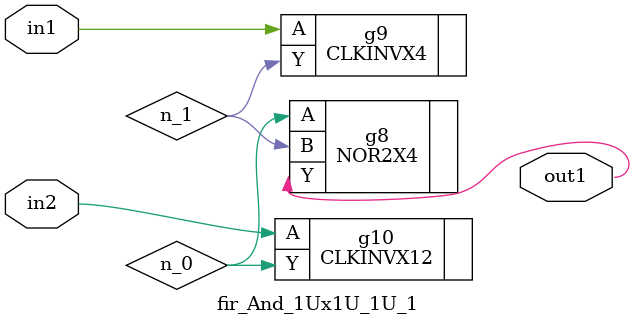
<source format=v>
`timescale 1ps / 1ps


module fir_And_1Ux1U_1U_1(in2, in1, out1);
  input in2, in1;
  output out1;
  wire in2, in1;
  wire out1;
  wire n_0, n_1;
  NOR2X4 g8(.A (n_0), .B (n_1), .Y (out1));
  CLKINVX4 g9(.A (in1), .Y (n_1));
  CLKINVX12 g10(.A (in2), .Y (n_0));
endmodule



</source>
